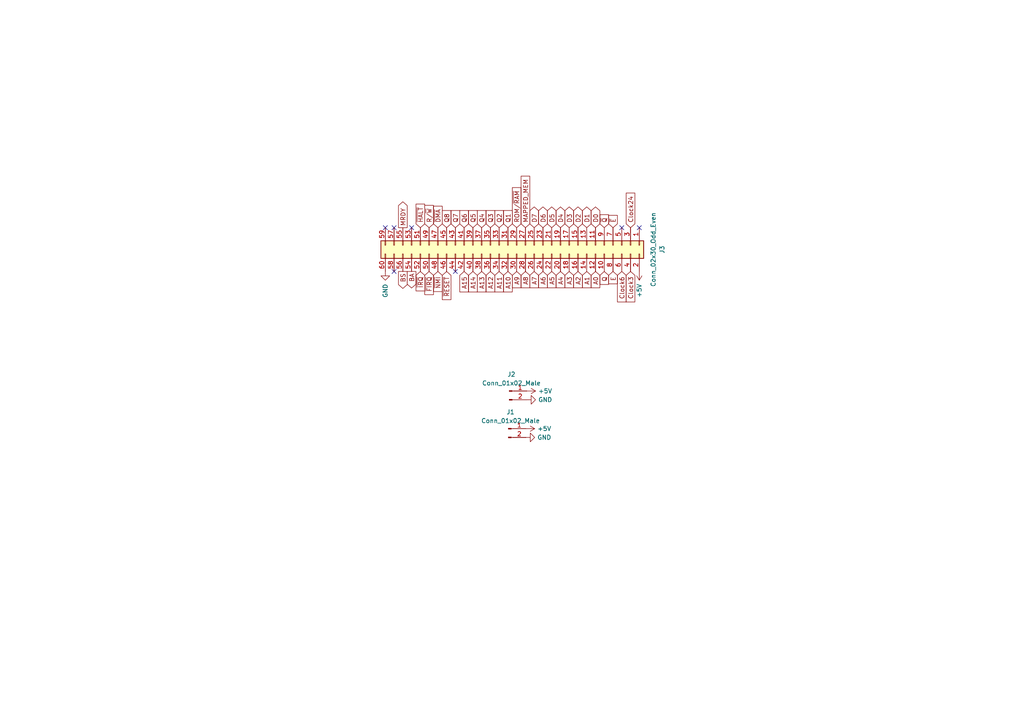
<source format=kicad_sch>
(kicad_sch (version 20230121) (generator eeschema)
  (paper "A4")
  (lib_symbols
    (symbol "Connector:Conn_01x02_Male" (pin_names (offset 1.016) hide)
      (property "Reference" "J" (at 0 2.54 0))
      (property "Value" "Conn_01x02_Male" (at 0 -5.08 0))
      (symbol "Conn_01x02_Male_1_1"
        (polyline (pts (xy 1.27 -2.54) (xy 0.8636 -2.54)) (stroke (width 0.1524)))
        (polyline (pts (xy 1.27 0) (xy 0.8636 0)) (stroke (width 0.1524)))
        (rectangle (start 0.8636 -2.413) (end 0 -2.667) (stroke (width 0.1524)) (fill (type outline)))
        (rectangle (start 0.8636 0.127) (end 0 -0.127) (stroke (width 0.1524)) (fill (type outline)))
        (pin passive line (at 5.08 0 180) (length 3.81) (name "Pin_1") (number "1"))
        (pin passive line (at 5.08 -2.54 180) (length 3.81) (name "Pin_2") (number "2"))
      )
    )
    (symbol "Connector_Generic:Conn_02x30_Odd_Even" (pin_names (offset 1.016) hide)
      (property "Reference" "J" (at 1.27 38.1 0))
      (property "Value" "Conn_02x30_Odd_Even" (at 1.27 -40.64 0))
      (symbol "Conn_02x30_Odd_Even_1_1"
        (rectangle (start -1.27 -37.973) (end 0 -38.227) (stroke (width 0.1524)))
        (rectangle (start -1.27 -35.433) (end 0 -35.687) (stroke (width 0.1524)))
        (rectangle (start -1.27 -32.893) (end 0 -33.147) (stroke (width 0.1524)))
        (rectangle (start -1.27 -30.353) (end 0 -30.607) (stroke (width 0.1524)))
        (rectangle (start -1.27 -27.813) (end 0 -28.067) (stroke (width 0.1524)))
        (rectangle (start -1.27 -25.273) (end 0 -25.527) (stroke (width 0.1524)))
        (rectangle (start -1.27 -22.733) (end 0 -22.987) (stroke (width 0.1524)))
        (rectangle (start -1.27 -20.193) (end 0 -20.447) (stroke (width 0.1524)))
        (rectangle (start -1.27 -17.653) (end 0 -17.907) (stroke (width 0.1524)))
        (rectangle (start -1.27 -15.113) (end 0 -15.367) (stroke (width 0.1524)))
        (rectangle (start -1.27 -12.573) (end 0 -12.827) (stroke (width 0.1524)))
        (rectangle (start -1.27 -10.033) (end 0 -10.287) (stroke (width 0.1524)))
        (rectangle (start -1.27 -7.493) (end 0 -7.747) (stroke (width 0.1524)))
        (rectangle (start -1.27 -4.953) (end 0 -5.207) (stroke (width 0.1524)))
        (rectangle (start -1.27 -2.413) (end 0 -2.667) (stroke (width 0.1524)))
        (rectangle (start -1.27 0.127) (end 0 -0.127) (stroke (width 0.1524)))
        (rectangle (start -1.27 2.667) (end 0 2.413) (stroke (width 0.1524)))
        (rectangle (start -1.27 5.207) (end 0 4.953) (stroke (width 0.1524)))
        (rectangle (start -1.27 7.747) (end 0 7.493) (stroke (width 0.1524)))
        (rectangle (start -1.27 10.287) (end 0 10.033) (stroke (width 0.1524)))
        (rectangle (start -1.27 12.827) (end 0 12.573) (stroke (width 0.1524)))
        (rectangle (start -1.27 15.367) (end 0 15.113) (stroke (width 0.1524)))
        (rectangle (start -1.27 17.907) (end 0 17.653) (stroke (width 0.1524)))
        (rectangle (start -1.27 20.447) (end 0 20.193) (stroke (width 0.1524)))
        (rectangle (start -1.27 22.987) (end 0 22.733) (stroke (width 0.1524)))
        (rectangle (start -1.27 25.527) (end 0 25.273) (stroke (width 0.1524)))
        (rectangle (start -1.27 28.067) (end 0 27.813) (stroke (width 0.1524)))
        (rectangle (start -1.27 30.607) (end 0 30.353) (stroke (width 0.1524)))
        (rectangle (start -1.27 33.147) (end 0 32.893) (stroke (width 0.1524)))
        (rectangle (start -1.27 35.687) (end 0 35.433) (stroke (width 0.1524)))
        (rectangle (start -1.27 36.83) (end 3.81 -39.37) (stroke (width 0.254)) (fill (type background)))
        (rectangle (start 3.81 -37.973) (end 2.54 -38.227) (stroke (width 0.1524)))
        (rectangle (start 3.81 -35.433) (end 2.54 -35.687) (stroke (width 0.1524)))
        (rectangle (start 3.81 -32.893) (end 2.54 -33.147) (stroke (width 0.1524)))
        (rectangle (start 3.81 -30.353) (end 2.54 -30.607) (stroke (width 0.1524)))
        (rectangle (start 3.81 -27.813) (end 2.54 -28.067) (stroke (width 0.1524)))
        (rectangle (start 3.81 -25.273) (end 2.54 -25.527) (stroke (width 0.1524)))
        (rectangle (start 3.81 -22.733) (end 2.54 -22.987) (stroke (width 0.1524)))
        (rectangle (start 3.81 -20.193) (end 2.54 -20.447) (stroke (width 0.1524)))
        (rectangle (start 3.81 -17.653) (end 2.54 -17.907) (stroke (width 0.1524)))
        (rectangle (start 3.81 -15.113) (end 2.54 -15.367) (stroke (width 0.1524)))
        (rectangle (start 3.81 -12.573) (end 2.54 -12.827) (stroke (width 0.1524)))
        (rectangle (start 3.81 -10.033) (end 2.54 -10.287) (stroke (width 0.1524)))
        (rectangle (start 3.81 -7.493) (end 2.54 -7.747) (stroke (width 0.1524)))
        (rectangle (start 3.81 -4.953) (end 2.54 -5.207) (stroke (width 0.1524)))
        (rectangle (start 3.81 -2.413) (end 2.54 -2.667) (stroke (width 0.1524)))
        (rectangle (start 3.81 0.127) (end 2.54 -0.127) (stroke (width 0.1524)))
        (rectangle (start 3.81 2.667) (end 2.54 2.413) (stroke (width 0.1524)))
        (rectangle (start 3.81 5.207) (end 2.54 4.953) (stroke (width 0.1524)))
        (rectangle (start 3.81 7.747) (end 2.54 7.493) (stroke (width 0.1524)))
        (rectangle (start 3.81 10.287) (end 2.54 10.033) (stroke (width 0.1524)))
        (rectangle (start 3.81 12.827) (end 2.54 12.573) (stroke (width 0.1524)))
        (rectangle (start 3.81 15.367) (end 2.54 15.113) (stroke (width 0.1524)))
        (rectangle (start 3.81 17.907) (end 2.54 17.653) (stroke (width 0.1524)))
        (rectangle (start 3.81 20.447) (end 2.54 20.193) (stroke (width 0.1524)))
        (rectangle (start 3.81 22.987) (end 2.54 22.733) (stroke (width 0.1524)))
        (rectangle (start 3.81 25.527) (end 2.54 25.273) (stroke (width 0.1524)))
        (rectangle (start 3.81 28.067) (end 2.54 27.813) (stroke (width 0.1524)))
        (rectangle (start 3.81 30.607) (end 2.54 30.353) (stroke (width 0.1524)))
        (rectangle (start 3.81 33.147) (end 2.54 32.893) (stroke (width 0.1524)))
        (rectangle (start 3.81 35.687) (end 2.54 35.433) (stroke (width 0.1524)))
        (pin passive line (at -5.08 35.56 0) (length 3.81) (name "Pin_1") (number "1"))
        (pin passive line (at 7.62 25.4 180) (length 3.81) (name "Pin_10") (number "10"))
        (pin passive line (at -5.08 22.86 0) (length 3.81) (name "Pin_11") (number "11"))
        (pin passive line (at 7.62 22.86 180) (length 3.81) (name "Pin_12") (number "12"))
        (pin passive line (at -5.08 20.32 0) (length 3.81) (name "Pin_13") (number "13"))
        (pin passive line (at 7.62 20.32 180) (length 3.81) (name "Pin_14") (number "14"))
        (pin passive line (at -5.08 17.78 0) (length 3.81) (name "Pin_15") (number "15"))
        (pin passive line (at 7.62 17.78 180) (length 3.81) (name "Pin_16") (number "16"))
        (pin passive line (at -5.08 15.24 0) (length 3.81) (name "Pin_17") (number "17"))
        (pin passive line (at 7.62 15.24 180) (length 3.81) (name "Pin_18") (number "18"))
        (pin passive line (at -5.08 12.7 0) (length 3.81) (name "Pin_19") (number "19"))
        (pin passive line (at 7.62 35.56 180) (length 3.81) (name "Pin_2") (number "2"))
        (pin passive line (at 7.62 12.7 180) (length 3.81) (name "Pin_20") (number "20"))
        (pin passive line (at -5.08 10.16 0) (length 3.81) (name "Pin_21") (number "21"))
        (pin passive line (at 7.62 10.16 180) (length 3.81) (name "Pin_22") (number "22"))
        (pin passive line (at -5.08 7.62 0) (length 3.81) (name "Pin_23") (number "23"))
        (pin passive line (at 7.62 7.62 180) (length 3.81) (name "Pin_24") (number "24"))
        (pin passive line (at -5.08 5.08 0) (length 3.81) (name "Pin_25") (number "25"))
        (pin passive line (at 7.62 5.08 180) (length 3.81) (name "Pin_26") (number "26"))
        (pin passive line (at -5.08 2.54 0) (length 3.81) (name "Pin_27") (number "27"))
        (pin passive line (at 7.62 2.54 180) (length 3.81) (name "Pin_28") (number "28"))
        (pin passive line (at -5.08 0 0) (length 3.81) (name "Pin_29") (number "29"))
        (pin passive line (at -5.08 33.02 0) (length 3.81) (name "Pin_3") (number "3"))
        (pin passive line (at 7.62 0 180) (length 3.81) (name "Pin_30") (number "30"))
        (pin passive line (at -5.08 -2.54 0) (length 3.81) (name "Pin_31") (number "31"))
        (pin passive line (at 7.62 -2.54 180) (length 3.81) (name "Pin_32") (number "32"))
        (pin passive line (at -5.08 -5.08 0) (length 3.81) (name "Pin_33") (number "33"))
        (pin passive line (at 7.62 -5.08 180) (length 3.81) (name "Pin_34") (number "34"))
        (pin passive line (at -5.08 -7.62 0) (length 3.81) (name "Pin_35") (number "35"))
        (pin passive line (at 7.62 -7.62 180) (length 3.81) (name "Pin_36") (number "36"))
        (pin passive line (at -5.08 -10.16 0) (length 3.81) (name "Pin_37") (number "37"))
        (pin passive line (at 7.62 -10.16 180) (length 3.81) (name "Pin_38") (number "38"))
        (pin passive line (at -5.08 -12.7 0) (length 3.81) (name "Pin_39") (number "39"))
        (pin passive line (at 7.62 33.02 180) (length 3.81) (name "Pin_4") (number "4"))
        (pin passive line (at 7.62 -12.7 180) (length 3.81) (name "Pin_40") (number "40"))
        (pin passive line (at -5.08 -15.24 0) (length 3.81) (name "Pin_41") (number "41"))
        (pin passive line (at 7.62 -15.24 180) (length 3.81) (name "Pin_42") (number "42"))
        (pin passive line (at -5.08 -17.78 0) (length 3.81) (name "Pin_43") (number "43"))
        (pin passive line (at 7.62 -17.78 180) (length 3.81) (name "Pin_44") (number "44"))
        (pin passive line (at -5.08 -20.32 0) (length 3.81) (name "Pin_45") (number "45"))
        (pin passive line (at 7.62 -20.32 180) (length 3.81) (name "Pin_46") (number "46"))
        (pin passive line (at -5.08 -22.86 0) (length 3.81) (name "Pin_47") (number "47"))
        (pin passive line (at 7.62 -22.86 180) (length 3.81) (name "Pin_48") (number "48"))
        (pin passive line (at -5.08 -25.4 0) (length 3.81) (name "Pin_49") (number "49"))
        (pin passive line (at -5.08 30.48 0) (length 3.81) (name "Pin_5") (number "5"))
        (pin passive line (at 7.62 -25.4 180) (length 3.81) (name "Pin_50") (number "50"))
        (pin passive line (at -5.08 -27.94 0) (length 3.81) (name "Pin_51") (number "51"))
        (pin passive line (at 7.62 -27.94 180) (length 3.81) (name "Pin_52") (number "52"))
        (pin passive line (at -5.08 -30.48 0) (length 3.81) (name "Pin_53") (number "53"))
        (pin passive line (at 7.62 -30.48 180) (length 3.81) (name "Pin_54") (number "54"))
        (pin passive line (at -5.08 -33.02 0) (length 3.81) (name "Pin_55") (number "55"))
        (pin passive line (at 7.62 -33.02 180) (length 3.81) (name "Pin_56") (number "56"))
        (pin passive line (at -5.08 -35.56 0) (length 3.81) (name "Pin_57") (number "57"))
        (pin passive line (at 7.62 -35.56 180) (length 3.81) (name "Pin_58") (number "58"))
        (pin passive line (at -5.08 -38.1 0) (length 3.81) (name "Pin_59") (number "59"))
        (pin passive line (at 7.62 30.48 180) (length 3.81) (name "Pin_6") (number "6"))
        (pin passive line (at 7.62 -38.1 180) (length 3.81) (name "Pin_60") (number "60"))
        (pin passive line (at -5.08 27.94 0) (length 3.81) (name "Pin_7") (number "7"))
        (pin passive line (at 7.62 27.94 180) (length 3.81) (name "Pin_8") (number "8"))
        (pin passive line (at -5.08 25.4 0) (length 3.81) (name "Pin_9") (number "9"))
      )
    )
    (symbol "power:+5V" (power) (pin_names (offset 0))
      (property "Value" "+5V" (at 0 3.556 0))
      (symbol "+5V_0_1"
        (polyline (pts (xy -0.762 1.27) (xy 0 2.54)))
        (polyline (pts (xy 0 0) (xy 0 2.54)))
        (polyline (pts (xy 0 2.54) (xy 0.762 1.27)))
      )
      (symbol "+5V_1_1"
        (pin power_in line (at 0 0 90) (length 0) hide (name "+5V") (number "1"))
      )
    )
    (symbol "power:GND" (power) (pin_names (offset 0))
      (property "Value" "GND" (at 0 -3.81 0))
      (symbol "GND_0_1"
        (polyline (pts (xy 0 0) (xy 0 -1.27) (xy 1.27 -1.27) (xy 0 -2.54) (xy -1.27 -1.27) (xy 0 -1.27)))
      )
      (symbol "GND_1_1"
        (pin power_in line (at 0 0 270) (length 0) hide (name "GND") (number "1"))
      )
    )
  )
  (no_connect (at 132.08 78.74))
  (no_connect (at 114.3 78.74))
  (no_connect (at 114.3 66.04))
  (no_connect (at 111.76 66.04))
  (no_connect (at 185.42 66.04))
  (no_connect (at 119.38 66.04))
  (no_connect (at 180.34 66.04))
  (global_label "D7" (shape bidirectional) (at 154.94 66.04 90) (property "Intersheetrefs" "${INTERSHEET_REFS}" (effects hide)))
  (global_label "A13" (shape input) (at 139.7 78.74 270) (property "Intersheetrefs" "${INTERSHEET_REFS}" (effects hide)))
  (global_label "~{RESET}" (shape input) (at 129.54 78.74 270) (property "Intersheetrefs" "${INTERSHEET_REFS}" (effects hide)))
  (global_label "A4" (shape input) (at 162.56 78.74 270) (property "Intersheetrefs" "${INTERSHEET_REFS}" (effects hide)))
  (global_label "R{slash}~{W}" (shape input) (at 124.46 66.04 90) (property "Intersheetrefs" "${INTERSHEET_REFS}" (effects hide)))
  (global_label "A11" (shape input) (at 144.78 78.74 270) (property "Intersheetrefs" "${INTERSHEET_REFS}" (effects hide)))
  (global_label "Clock6" (shape input) (at 180.34 78.74 270) (property "Intersheetrefs" "${INTERSHEET_REFS}" (effects hide)))
  (global_label "D0" (shape bidirectional) (at 172.72 66.04 90) (property "Intersheetrefs" "${INTERSHEET_REFS}" (effects hide)))
  (global_label "A15" (shape input) (at 134.62 78.74 270) (property "Intersheetrefs" "${INTERSHEET_REFS}" (effects hide)))
  (global_label "MRDY" (shape output) (at 116.84 66.04 90) (property "Intersheetrefs" "${INTERSHEET_REFS}" (effects hide)))
  (global_label "A2" (shape input) (at 167.64 78.74 270) (property "Intersheetrefs" "${INTERSHEET_REFS}" (effects hide)))
  (global_label "ROM{slash}~{RAM}" (shape input) (at 149.86 66.04 90) (property "Intersheetrefs" "${INTERSHEET_REFS}" (effects hide)))
  (global_label "BS" (shape output) (at 116.84 78.74 270) (property "Intersheetrefs" "${INTERSHEET_REFS}" (effects hide)))
  (global_label "Q7" (shape input) (at 132.08 66.04 90) (property "Intersheetrefs" "${INTERSHEET_REFS}" (effects hide)))
  (global_label "A12" (shape input) (at 142.24 78.74 270) (property "Intersheetrefs" "${INTERSHEET_REFS}" (effects hide)))
  (global_label "~{DMA}" (shape input) (at 127 66.04 90) (property "Intersheetrefs" "${INTERSHEET_REFS}" (effects hide)))
  (global_label "A9" (shape input) (at 149.86 78.74 270) (property "Intersheetrefs" "${INTERSHEET_REFS}" (effects hide)))
  (global_label "Q4" (shape input) (at 139.7 66.04 90) (property "Intersheetrefs" "${INTERSHEET_REFS}" (effects hide)))
  (global_label "A8" (shape input) (at 152.4 78.74 270) (property "Intersheetrefs" "${INTERSHEET_REFS}" (effects hide)))
  (global_label "A3" (shape input) (at 165.1 78.74 270) (property "Intersheetrefs" "${INTERSHEET_REFS}" (effects hide)))
  (global_label "A7" (shape input) (at 154.94 78.74 270) (property "Intersheetrefs" "${INTERSHEET_REFS}" (effects hide)))
  (global_label "D4" (shape bidirectional) (at 162.56 66.04 90) (property "Intersheetrefs" "${INTERSHEET_REFS}" (effects hide)))
  (global_label "~{E}" (shape input) (at 177.8 66.04 90) (property "Intersheetrefs" "${INTERSHEET_REFS}" (effects hide)))
  (global_label "~{HALT}" (shape input) (at 121.92 66.04 90) (property "Intersheetrefs" "${INTERSHEET_REFS}" (effects hide)))
  (global_label "A10" (shape input) (at 147.32 78.74 270) (property "Intersheetrefs" "${INTERSHEET_REFS}" (effects hide)))
  (global_label "D5" (shape bidirectional) (at 160.02 66.04 90) (property "Intersheetrefs" "${INTERSHEET_REFS}" (effects hide)))
  (global_label "Q8" (shape input) (at 129.54 66.04 90) (property "Intersheetrefs" "${INTERSHEET_REFS}" (effects hide)))
  (global_label "E" (shape input) (at 177.8 78.74 270) (property "Intersheetrefs" "${INTERSHEET_REFS}" (effects hide)))
  (global_label "D3" (shape bidirectional) (at 165.1 66.04 90) (property "Intersheetrefs" "${INTERSHEET_REFS}" (effects hide)))
  (global_label "~{NMI}" (shape input) (at 127 78.74 270) (property "Intersheetrefs" "${INTERSHEET_REFS}" (effects hide)))
  (global_label "A6" (shape input) (at 157.48 78.74 270) (property "Intersheetrefs" "${INTERSHEET_REFS}" (effects hide)))
  (global_label "D2" (shape bidirectional) (at 167.64 66.04 90) (property "Intersheetrefs" "${INTERSHEET_REFS}" (effects hide)))
  (global_label "Clock24" (shape input) (at 182.88 66.04 90) (property "Intersheetrefs" "${INTERSHEET_REFS}" (effects hide)))
  (global_label "Q6" (shape input) (at 134.62 66.04 90) (property "Intersheetrefs" "${INTERSHEET_REFS}" (effects hide)))
  (global_label "Q2" (shape input) (at 144.78 66.04 90) (property "Intersheetrefs" "${INTERSHEET_REFS}" (effects hide)))
  (global_label "A0" (shape input) (at 172.72 78.74 270) (property "Intersheetrefs" "${INTERSHEET_REFS}" (effects hide)))
  (global_label "D1" (shape bidirectional) (at 170.18 66.04 90) (property "Intersheetrefs" "${INTERSHEET_REFS}" (effects hide)))
  (global_label "~{Q}" (shape input) (at 175.26 66.04 90) (property "Intersheetrefs" "${INTERSHEET_REFS}" (effects hide)))
  (global_label "D6" (shape bidirectional) (at 157.48 66.04 90) (property "Intersheetrefs" "${INTERSHEET_REFS}" (effects hide)))
  (global_label "A14" (shape input) (at 137.16 78.74 270) (property "Intersheetrefs" "${INTERSHEET_REFS}" (effects hide)))
  (global_label "MAPPED_MEM" (shape input) (at 152.4 66.04 90) (property "Intersheetrefs" "${INTERSHEET_REFS}" (effects hide)))
  (global_label "A1" (shape input) (at 170.18 78.74 270) (property "Intersheetrefs" "${INTERSHEET_REFS}" (effects hide)))
  (global_label "A5" (shape input) (at 160.02 78.74 270) (property "Intersheetrefs" "${INTERSHEET_REFS}" (effects hide)))
  (global_label "Clock3" (shape input) (at 182.88 78.74 270) (property "Intersheetrefs" "${INTERSHEET_REFS}" (effects hide)))
  (global_label "Q5" (shape input) (at 137.16 66.04 90) (property "Intersheetrefs" "${INTERSHEET_REFS}" (effects hide)))
  (global_label "BA" (shape output) (at 119.38 78.74 270) (property "Intersheetrefs" "${INTERSHEET_REFS}" (effects hide)))
  (global_label "Q3" (shape input) (at 142.24 66.04 90) (property "Intersheetrefs" "${INTERSHEET_REFS}" (effects hide)))
  (global_label "Q1" (shape input) (at 147.32 66.04 90) (property "Intersheetrefs" "${INTERSHEET_REFS}" (effects hide)))
  (global_label "~{IRQ}" (shape input) (at 121.92 78.74 270) (property "Intersheetrefs" "${INTERSHEET_REFS}" (effects hide)))
  (global_label "~{FIRQ}" (shape input) (at 124.46 78.74 270) (property "Intersheetrefs" "${INTERSHEET_REFS}" (effects hide)))
  (global_label "Q" (shape input) (at 175.26 78.74 270) (property "Intersheetrefs" "${INTERSHEET_REFS}" (effects hide)))
  (symbol (lib_id "power:GND") (at 152.527 126.873 90) (unit 1)
    (property "Reference" "#PWR03" (effects hide))
    (property "Value" "GND" (at 155.829 126.8729 90) (effects (justify right)))
    (instances (project "UART-Module" (path "" (reference "#PWR03") (unit 1))) (project "PIA-module" (path "" (reference "#PWR017") (unit 1))))
  )
  (symbol (lib_id "power:+5V") (at 152.527 124.333 270) (unit 1)
    (property "Reference" "#PWR02" (effects hide))
    (property "Value" "+5V" (at 155.829 124.3329 90) (effects (justify left)))
    (instances (project "UART-Module" (path "" (reference "#PWR02") (unit 1))) (project "PIA-module" (path "" (reference "#PWR016") (unit 1))))
  )
  (symbol (lib_id "power:+5V") (at 185.42 78.74 180) (unit 1)
    (property "Reference" "#PWR06" (effects hide))
    (property "Value" "+5V" (at 185.42 86.36 90) (effects (justify right)))
    (instances (project "UART-Module" (path "" (reference "#PWR06") (unit 1))) (project "PIA-module" (path "" (reference "#PWR020") (unit 1))))
  )
  (symbol (lib_id "power:GND") (at 111.76 78.74 0) (unit 1)
    (property "Reference" "#PWR01" (effects hide))
    (property "Value" "GND" (at 111.7601 82.296 90) (effects (justify right)))
    (instances (project "UART-Module" (path "" (reference "#PWR01") (unit 1))) (project "PIA-module" (path "" (reference "#PWR015") (unit 1))))
  )
  (symbol (lib_id "Connector_Generic:Conn_02x30_Odd_Even") (at 149.86 71.12 270) (unit 1)
    (property "Reference" "J3" (at 192.024 72.39 0))
    (property "Value" "Conn_02x30_Odd_Even" (at 189.484 72.39 0))
    (property "Footprint" "Connector_PinHeader_2.54mm:PinHeader_2x30_P2.54mm_Vertical" (effects hide))
  )
  (symbol (lib_id "Connector:Conn_01x02_Male") (at 147.447 124.333 0) (unit 1)
    (property "Reference" "J1" (at 148.082 119.507 0))
    (property "Value" "Conn_01x02_Male" (at 148.082 122.047 0))
    (property "Footprint" "Connector_PinHeader_2.54mm:PinHeader_1x02_P2.54mm_Vertical" (effects hide))
  )
  (symbol (lib_id "power:GND") (at 152.781 115.951 90) (unit 1)
    (property "Reference" "#PWR05" (effects hide))
    (property "Value" "GND" (at 156.083 115.9509 90) (effects (justify right)))
    (instances (project "UART-Module" (path "" (reference "#PWR05") (unit 1))) (project "PIA-module" (path "" (reference "#PWR019") (unit 1))))
  )
  (symbol (lib_id "power:+5V") (at 152.781 113.411 270) (unit 1)
    (property "Reference" "#PWR04" (effects hide))
    (property "Value" "+5V" (at 156.083 113.4109 90) (effects (justify left)))
    (instances (project "UART-Module" (path "" (reference "#PWR04") (unit 1))) (project "PIA-module" (path "" (reference "#PWR018") (unit 1))))
  )
  (symbol (lib_id "Connector:Conn_01x02_Male") (at 147.701 113.411 0) (unit 1)
    (property "Reference" "J2" (at 148.336 108.585 0))
    (property "Value" "Conn_01x02_Male" (at 148.336 111.125 0))
    (property "Footprint" "Connector_PinHeader_2.54mm:PinHeader_1x02_P2.54mm_Vertical" (effects hide))
  )
)
</source>
